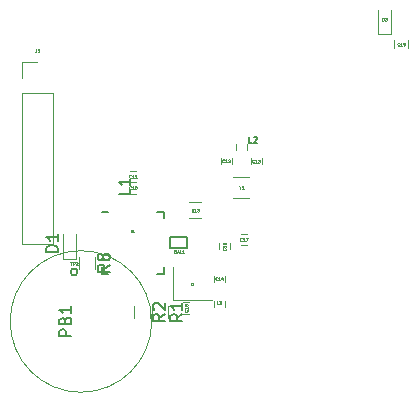
<source format=gbr>
G04 #@! TF.FileFunction,Legend,Top*
%FSLAX46Y46*%
G04 Gerber Fmt 4.6, Leading zero omitted, Abs format (unit mm)*
G04 Created by KiCad (PCBNEW 4.0.5) date 05/07/17 17:05:54*
%MOMM*%
%LPD*%
G01*
G04 APERTURE LIST*
%ADD10C,0.100000*%
%ADD11C,0.150000*%
%ADD12C,0.120000*%
%ADD13C,0.025400*%
%ADD14C,0.152400*%
%ADD15C,0.031750*%
%ADD16C,0.063500*%
%ADD17C,0.127000*%
G04 APERTURE END LIST*
D10*
D11*
X14944000Y16341000D02*
X14944000Y15816000D01*
X9694000Y11091000D02*
X9694000Y11616000D01*
X14944000Y11091000D02*
X14944000Y11616000D01*
X9694000Y16341000D02*
X10219000Y16341000D01*
X9694000Y11091000D02*
X10219000Y11091000D01*
X14944000Y11091000D02*
X14419000Y11091000D01*
X14944000Y16341000D02*
X14419000Y16341000D01*
D12*
X15723600Y11610800D02*
X15723600Y8810800D01*
X15723600Y8810800D02*
X19023600Y8810800D01*
X23253800Y20349400D02*
X23253800Y20849400D01*
X22313800Y20849400D02*
X22313800Y20349400D01*
X19189600Y10918000D02*
X19189600Y10418000D01*
X20129600Y10418000D02*
X20129600Y10918000D01*
X16615600Y7708800D02*
X17115600Y7708800D01*
X17115600Y8648800D02*
X16615600Y8648800D01*
X21056500Y22030500D02*
X21056500Y21530500D01*
X21996500Y21530500D02*
X21996500Y22030500D01*
X20129600Y8284400D02*
X20129600Y8784400D01*
X19189600Y8784400D02*
X19189600Y8284400D01*
D13*
X13944613Y7035800D02*
G75*
G03X13944613Y7035800I-5994413J0D01*
G01*
D12*
X22214200Y19264600D02*
X20864200Y19264600D01*
X22214200Y17514600D02*
X20864200Y17514600D01*
D14*
X15494000Y13284200D02*
X15494000Y14147800D01*
X15494000Y14147800D02*
X16916400Y14147800D01*
X16916400Y14147800D02*
X16916400Y13284200D01*
X16916400Y13284200D02*
X15494000Y13284200D01*
D12*
X2937200Y26365200D02*
X2937200Y13605200D01*
X2937200Y13605200D02*
X5597200Y13605200D01*
X5597200Y13605200D02*
X5597200Y26365200D01*
X5597200Y26365200D02*
X2937200Y26365200D01*
X2937200Y27635200D02*
X2937200Y28965200D01*
X2937200Y28965200D02*
X4267200Y28965200D01*
X12094400Y17868800D02*
X12594400Y17868800D01*
X12594400Y18808800D02*
X12094400Y18808800D01*
X12594400Y19774000D02*
X12094400Y19774000D01*
X12094400Y18834000D02*
X12594400Y18834000D01*
X20713800Y20362100D02*
X20713800Y20862100D01*
X19773800Y20862100D02*
X19773800Y20362100D01*
X35677400Y30906200D02*
X35677400Y30206200D01*
X34477400Y30206200D02*
X34477400Y30906200D01*
X13950400Y7323200D02*
X13950400Y8323200D01*
X15310400Y8323200D02*
X15310400Y7323200D01*
X20561400Y13161200D02*
X20561400Y13661200D01*
X19621400Y13661200D02*
X19621400Y13161200D01*
X21479700Y13500000D02*
X21979700Y13500000D01*
X21979700Y14440000D02*
X21479700Y14440000D01*
X33085000Y31339000D02*
X34225000Y31339000D01*
X34225000Y31339000D02*
X34225000Y33439000D01*
X33085000Y31339000D02*
X33085000Y33439000D01*
X6389600Y12365200D02*
X7529600Y12365200D01*
X7529600Y12365200D02*
X7529600Y14465200D01*
X6389600Y12365200D02*
X6389600Y14465200D01*
X12477200Y7323200D02*
X12477200Y8323200D01*
X13837200Y8323200D02*
X13837200Y7323200D01*
X18127600Y15779200D02*
X17127600Y15779200D01*
X17127600Y17139200D02*
X18127600Y17139200D01*
X7803600Y11488800D02*
X7803600Y12488800D01*
X9163600Y12488800D02*
X9163600Y11488800D01*
D14*
X7663299Y11226800D02*
G75*
G03X7663299Y11226800I-297299J0D01*
G01*
D15*
X12227318Y14750748D02*
X12227318Y14647938D01*
X12233366Y14635843D01*
X12239413Y14629795D01*
X12251509Y14623748D01*
X12275699Y14623748D01*
X12287794Y14629795D01*
X12293842Y14635843D01*
X12299890Y14647938D01*
X12299890Y14750748D01*
X12426890Y14623748D02*
X12354318Y14623748D01*
X12390604Y14623748D02*
X12390604Y14750748D01*
X12378509Y14732605D01*
X12366414Y14720510D01*
X12354318Y14714462D01*
X17310585Y10216364D02*
X17310585Y10155888D01*
X17268251Y10282888D02*
X17310585Y10216364D01*
X17352918Y10282888D01*
X17389203Y10270792D02*
X17395251Y10276840D01*
X17407346Y10282888D01*
X17437584Y10282888D01*
X17449680Y10276840D01*
X17455727Y10270792D01*
X17461775Y10258697D01*
X17461775Y10246602D01*
X17455727Y10228459D01*
X17383156Y10155888D01*
X17461775Y10155888D01*
D16*
X22620514Y20508686D02*
X22608419Y20496590D01*
X22572133Y20484495D01*
X22547943Y20484495D01*
X22511657Y20496590D01*
X22487466Y20520781D01*
X22475371Y20544971D01*
X22463276Y20593352D01*
X22463276Y20629638D01*
X22475371Y20678019D01*
X22487466Y20702210D01*
X22511657Y20726400D01*
X22547943Y20738495D01*
X22572133Y20738495D01*
X22608419Y20726400D01*
X22620514Y20714305D01*
X22862419Y20484495D02*
X22717276Y20484495D01*
X22789847Y20484495D02*
X22789847Y20738495D01*
X22765657Y20702210D01*
X22741466Y20678019D01*
X22717276Y20665924D01*
X22947086Y20738495D02*
X23104324Y20738495D01*
X23019657Y20641733D01*
X23055943Y20641733D01*
X23080133Y20629638D01*
X23092229Y20617543D01*
X23104324Y20593352D01*
X23104324Y20532876D01*
X23092229Y20508686D01*
X23080133Y20496590D01*
X23055943Y20484495D01*
X22983371Y20484495D01*
X22959181Y20496590D01*
X22947086Y20508686D01*
X19496314Y10577286D02*
X19484219Y10565190D01*
X19447933Y10553095D01*
X19423743Y10553095D01*
X19387457Y10565190D01*
X19363266Y10589381D01*
X19351171Y10613571D01*
X19339076Y10661952D01*
X19339076Y10698238D01*
X19351171Y10746619D01*
X19363266Y10770810D01*
X19387457Y10795000D01*
X19423743Y10807095D01*
X19447933Y10807095D01*
X19484219Y10795000D01*
X19496314Y10782905D01*
X19738219Y10553095D02*
X19593076Y10553095D01*
X19665647Y10553095D02*
X19665647Y10807095D01*
X19641457Y10770810D01*
X19617266Y10746619D01*
X19593076Y10734524D01*
X19955933Y10722429D02*
X19955933Y10553095D01*
X19895457Y10819190D02*
X19834981Y10637762D01*
X19992219Y10637762D01*
X16956314Y8015514D02*
X16968410Y8003419D01*
X16980505Y7967133D01*
X16980505Y7942943D01*
X16968410Y7906657D01*
X16944219Y7882466D01*
X16920029Y7870371D01*
X16871648Y7858276D01*
X16835362Y7858276D01*
X16786981Y7870371D01*
X16762790Y7882466D01*
X16738600Y7906657D01*
X16726505Y7942943D01*
X16726505Y7967133D01*
X16738600Y8003419D01*
X16750695Y8015514D01*
X16980505Y8257419D02*
X16980505Y8112276D01*
X16980505Y8184847D02*
X16726505Y8184847D01*
X16762790Y8160657D01*
X16786981Y8136466D01*
X16799076Y8112276D01*
X16726505Y8487229D02*
X16726505Y8366276D01*
X16847457Y8354181D01*
X16835362Y8366276D01*
X16823267Y8390467D01*
X16823267Y8450943D01*
X16835362Y8475133D01*
X16847457Y8487229D01*
X16871648Y8499324D01*
X16932124Y8499324D01*
X16956314Y8487229D01*
X16968410Y8475133D01*
X16980505Y8450943D01*
X16980505Y8390467D01*
X16968410Y8366276D01*
X16956314Y8354181D01*
D17*
X22457833Y22185690D02*
X22215928Y22185690D01*
X22215928Y22693690D01*
X22602976Y22645310D02*
X22627166Y22669500D01*
X22675547Y22693690D01*
X22796500Y22693690D01*
X22844881Y22669500D01*
X22869071Y22645310D01*
X22893262Y22596929D01*
X22893262Y22548548D01*
X22869071Y22475976D01*
X22578785Y22185690D01*
X22893262Y22185690D01*
D16*
X19617267Y8482995D02*
X19496314Y8482995D01*
X19496314Y8736995D01*
X19677743Y8736995D02*
X19834981Y8736995D01*
X19750314Y8640233D01*
X19786600Y8640233D01*
X19810790Y8628138D01*
X19822886Y8616043D01*
X19834981Y8591852D01*
X19834981Y8531376D01*
X19822886Y8507186D01*
X19810790Y8495090D01*
X19786600Y8482995D01*
X19714028Y8482995D01*
X19689838Y8495090D01*
X19677743Y8507186D01*
D11*
X7132581Y5797705D02*
X6132581Y5797705D01*
X6132581Y6178658D01*
X6180200Y6273896D01*
X6227819Y6321515D01*
X6323057Y6369134D01*
X6465914Y6369134D01*
X6561152Y6321515D01*
X6608771Y6273896D01*
X6656390Y6178658D01*
X6656390Y5797705D01*
X6608771Y7131039D02*
X6656390Y7273896D01*
X6704010Y7321515D01*
X6799248Y7369134D01*
X6942105Y7369134D01*
X7037343Y7321515D01*
X7084962Y7273896D01*
X7132581Y7178658D01*
X7132581Y6797705D01*
X6132581Y6797705D01*
X6132581Y7131039D01*
X6180200Y7226277D01*
X6227819Y7273896D01*
X6323057Y7321515D01*
X6418295Y7321515D01*
X6513533Y7273896D01*
X6561152Y7226277D01*
X6608771Y7131039D01*
X6608771Y6797705D01*
X7132581Y8321515D02*
X7132581Y7750086D01*
X7132581Y8035800D02*
X6132581Y8035800D01*
X6275438Y7940562D01*
X6370676Y7845324D01*
X6418295Y7750086D01*
D16*
X21418248Y18395648D02*
X21418248Y18274695D01*
X21333581Y18528695D02*
X21418248Y18395648D01*
X21502915Y18528695D01*
X21720629Y18274695D02*
X21575486Y18274695D01*
X21648057Y18274695D02*
X21648057Y18528695D01*
X21623867Y18492410D01*
X21599676Y18468219D01*
X21575486Y18456124D01*
X15941524Y12972143D02*
X15977810Y12960048D01*
X15989905Y12947952D01*
X16002000Y12923762D01*
X16002000Y12887476D01*
X15989905Y12863286D01*
X15977810Y12851190D01*
X15953619Y12839095D01*
X15856857Y12839095D01*
X15856857Y13093095D01*
X15941524Y13093095D01*
X15965714Y13081000D01*
X15977810Y13068905D01*
X15989905Y13044714D01*
X15989905Y13020524D01*
X15977810Y12996333D01*
X15965714Y12984238D01*
X15941524Y12972143D01*
X15856857Y12972143D01*
X16098762Y12911667D02*
X16219714Y12911667D01*
X16074571Y12839095D02*
X16159238Y13093095D01*
X16243905Y12839095D01*
X16449524Y12839095D02*
X16328571Y12839095D01*
X16328571Y13093095D01*
X16667238Y12839095D02*
X16522095Y12839095D01*
X16594666Y12839095D02*
X16594666Y13093095D01*
X16570476Y13056810D01*
X16546285Y13032619D01*
X16522095Y13020524D01*
X4182534Y30104295D02*
X4182534Y29922867D01*
X4170438Y29886581D01*
X4146248Y29862390D01*
X4109962Y29850295D01*
X4085772Y29850295D01*
X4436534Y29850295D02*
X4291391Y29850295D01*
X4363962Y29850295D02*
X4363962Y30104295D01*
X4339772Y30068010D01*
X4315581Y30043819D01*
X4291391Y30031724D01*
X12181114Y18248086D02*
X12169019Y18235990D01*
X12132733Y18223895D01*
X12108543Y18223895D01*
X12072257Y18235990D01*
X12048066Y18260181D01*
X12035971Y18284371D01*
X12023876Y18332752D01*
X12023876Y18369038D01*
X12035971Y18417419D01*
X12048066Y18441610D01*
X12072257Y18465800D01*
X12108543Y18477895D01*
X12132733Y18477895D01*
X12169019Y18465800D01*
X12181114Y18453705D01*
X12423019Y18223895D02*
X12277876Y18223895D01*
X12350447Y18223895D02*
X12350447Y18477895D01*
X12326257Y18441610D01*
X12302066Y18417419D01*
X12277876Y18405324D01*
X12580257Y18477895D02*
X12604448Y18477895D01*
X12628638Y18465800D01*
X12640733Y18453705D01*
X12652829Y18429514D01*
X12664924Y18381133D01*
X12664924Y18320657D01*
X12652829Y18272276D01*
X12640733Y18248086D01*
X12628638Y18235990D01*
X12604448Y18223895D01*
X12580257Y18223895D01*
X12556067Y18235990D01*
X12543971Y18248086D01*
X12531876Y18272276D01*
X12519781Y18320657D01*
X12519781Y18381133D01*
X12531876Y18429514D01*
X12543971Y18453705D01*
X12556067Y18465800D01*
X12580257Y18477895D01*
X12181114Y19213286D02*
X12169019Y19201190D01*
X12132733Y19189095D01*
X12108543Y19189095D01*
X12072257Y19201190D01*
X12048066Y19225381D01*
X12035971Y19249571D01*
X12023876Y19297952D01*
X12023876Y19334238D01*
X12035971Y19382619D01*
X12048066Y19406810D01*
X12072257Y19431000D01*
X12108543Y19443095D01*
X12132733Y19443095D01*
X12169019Y19431000D01*
X12181114Y19418905D01*
X12423019Y19189095D02*
X12277876Y19189095D01*
X12350447Y19189095D02*
X12350447Y19443095D01*
X12326257Y19406810D01*
X12302066Y19382619D01*
X12277876Y19370524D01*
X12664924Y19189095D02*
X12519781Y19189095D01*
X12592352Y19189095D02*
X12592352Y19443095D01*
X12568162Y19406810D01*
X12543971Y19382619D01*
X12519781Y19370524D01*
X20080514Y20521386D02*
X20068419Y20509290D01*
X20032133Y20497195D01*
X20007943Y20497195D01*
X19971657Y20509290D01*
X19947466Y20533481D01*
X19935371Y20557671D01*
X19923276Y20606052D01*
X19923276Y20642338D01*
X19935371Y20690719D01*
X19947466Y20714910D01*
X19971657Y20739100D01*
X20007943Y20751195D01*
X20032133Y20751195D01*
X20068419Y20739100D01*
X20080514Y20727005D01*
X20322419Y20497195D02*
X20177276Y20497195D01*
X20249847Y20497195D02*
X20249847Y20751195D01*
X20225657Y20714910D01*
X20201466Y20690719D01*
X20177276Y20678624D01*
X20419181Y20727005D02*
X20431276Y20739100D01*
X20455467Y20751195D01*
X20515943Y20751195D01*
X20540133Y20739100D01*
X20552229Y20727005D01*
X20564324Y20702814D01*
X20564324Y20678624D01*
X20552229Y20642338D01*
X20407086Y20497195D01*
X20564324Y20497195D01*
X34901414Y30401986D02*
X34889319Y30389890D01*
X34853033Y30377795D01*
X34828843Y30377795D01*
X34792557Y30389890D01*
X34768366Y30414081D01*
X34756271Y30438271D01*
X34744176Y30486652D01*
X34744176Y30522938D01*
X34756271Y30571319D01*
X34768366Y30595510D01*
X34792557Y30619700D01*
X34828843Y30631795D01*
X34853033Y30631795D01*
X34889319Y30619700D01*
X34901414Y30607605D01*
X35143319Y30377795D02*
X34998176Y30377795D01*
X35070747Y30377795D02*
X35070747Y30631795D01*
X35046557Y30595510D01*
X35022366Y30571319D01*
X34998176Y30559224D01*
X35264271Y30377795D02*
X35312652Y30377795D01*
X35336843Y30389890D01*
X35348938Y30401986D01*
X35373129Y30438271D01*
X35385224Y30486652D01*
X35385224Y30583414D01*
X35373129Y30607605D01*
X35361033Y30619700D01*
X35336843Y30631795D01*
X35288462Y30631795D01*
X35264271Y30619700D01*
X35252176Y30607605D01*
X35240081Y30583414D01*
X35240081Y30522938D01*
X35252176Y30498748D01*
X35264271Y30486652D01*
X35288462Y30474557D01*
X35336843Y30474557D01*
X35361033Y30486652D01*
X35373129Y30498748D01*
X35385224Y30522938D01*
D11*
X16532781Y7656534D02*
X16056590Y7323200D01*
X16532781Y7085105D02*
X15532781Y7085105D01*
X15532781Y7466058D01*
X15580400Y7561296D01*
X15628019Y7608915D01*
X15723257Y7656534D01*
X15866114Y7656534D01*
X15961352Y7608915D01*
X16008971Y7561296D01*
X16056590Y7466058D01*
X16056590Y7085105D01*
X16532781Y8608915D02*
X16532781Y8037486D01*
X16532781Y8323200D02*
X15532781Y8323200D01*
X15675638Y8227962D01*
X15770876Y8132724D01*
X15818495Y8037486D01*
D16*
X20182114Y13222514D02*
X20194210Y13210419D01*
X20206305Y13174133D01*
X20206305Y13149943D01*
X20194210Y13113657D01*
X20170019Y13089466D01*
X20145829Y13077371D01*
X20097448Y13065276D01*
X20061162Y13065276D01*
X20012781Y13077371D01*
X19988590Y13089466D01*
X19964400Y13113657D01*
X19952305Y13149943D01*
X19952305Y13174133D01*
X19964400Y13210419D01*
X19976495Y13222514D01*
X20206305Y13464419D02*
X20206305Y13319276D01*
X20206305Y13391847D02*
X19952305Y13391847D01*
X19988590Y13367657D01*
X20012781Y13343466D01*
X20024876Y13319276D01*
X19952305Y13682133D02*
X19952305Y13633752D01*
X19964400Y13609562D01*
X19976495Y13597467D01*
X20012781Y13573276D01*
X20061162Y13561181D01*
X20157924Y13561181D01*
X20182114Y13573276D01*
X20194210Y13585371D01*
X20206305Y13609562D01*
X20206305Y13657943D01*
X20194210Y13682133D01*
X20182114Y13694229D01*
X20157924Y13706324D01*
X20097448Y13706324D01*
X20073257Y13694229D01*
X20061162Y13682133D01*
X20049067Y13657943D01*
X20049067Y13609562D01*
X20061162Y13585371D01*
X20073257Y13573276D01*
X20097448Y13561181D01*
X21566414Y13879286D02*
X21554319Y13867190D01*
X21518033Y13855095D01*
X21493843Y13855095D01*
X21457557Y13867190D01*
X21433366Y13891381D01*
X21421271Y13915571D01*
X21409176Y13963952D01*
X21409176Y14000238D01*
X21421271Y14048619D01*
X21433366Y14072810D01*
X21457557Y14097000D01*
X21493843Y14109095D01*
X21518033Y14109095D01*
X21554319Y14097000D01*
X21566414Y14084905D01*
X21808319Y13855095D02*
X21663176Y13855095D01*
X21735747Y13855095D02*
X21735747Y14109095D01*
X21711557Y14072810D01*
X21687366Y14048619D01*
X21663176Y14036524D01*
X21892986Y14109095D02*
X22062319Y14109095D01*
X21953462Y13855095D01*
X33454824Y32498695D02*
X33454824Y32752695D01*
X33515300Y32752695D01*
X33551586Y32740600D01*
X33575777Y32716410D01*
X33587872Y32692219D01*
X33599967Y32643838D01*
X33599967Y32607552D01*
X33587872Y32559171D01*
X33575777Y32534981D01*
X33551586Y32510790D01*
X33515300Y32498695D01*
X33454824Y32498695D01*
X33684634Y32752695D02*
X33841872Y32752695D01*
X33757205Y32655933D01*
X33793491Y32655933D01*
X33817681Y32643838D01*
X33829777Y32631743D01*
X33841872Y32607552D01*
X33841872Y32547076D01*
X33829777Y32522886D01*
X33817681Y32510790D01*
X33793491Y32498695D01*
X33720919Y32498695D01*
X33696729Y32510790D01*
X33684634Y32522886D01*
D11*
X6011981Y12927105D02*
X5011981Y12927105D01*
X5011981Y13165200D01*
X5059600Y13308058D01*
X5154838Y13403296D01*
X5250076Y13450915D01*
X5440552Y13498534D01*
X5583410Y13498534D01*
X5773886Y13450915D01*
X5869124Y13403296D01*
X5964362Y13308058D01*
X6011981Y13165200D01*
X6011981Y12927105D01*
X6011981Y14450915D02*
X6011981Y13879486D01*
X6011981Y14165200D02*
X5011981Y14165200D01*
X5154838Y14069962D01*
X5250076Y13974724D01*
X5297695Y13879486D01*
X12136381Y18276274D02*
X12136381Y17800083D01*
X11136381Y17800083D01*
X12136381Y19133417D02*
X12136381Y18561988D01*
X12136381Y18847702D02*
X11136381Y18847702D01*
X11279238Y18752464D01*
X11374476Y18657226D01*
X11422095Y18561988D01*
X15059581Y7656534D02*
X14583390Y7323200D01*
X15059581Y7085105D02*
X14059581Y7085105D01*
X14059581Y7466058D01*
X14107200Y7561296D01*
X14154819Y7608915D01*
X14250057Y7656534D01*
X14392914Y7656534D01*
X14488152Y7608915D01*
X14535771Y7561296D01*
X14583390Y7466058D01*
X14583390Y7085105D01*
X14154819Y8037486D02*
X14107200Y8085105D01*
X14059581Y8180343D01*
X14059581Y8418439D01*
X14107200Y8513677D01*
X14154819Y8561296D01*
X14250057Y8608915D01*
X14345295Y8608915D01*
X14488152Y8561296D01*
X15059581Y7989867D01*
X15059581Y8608915D01*
D16*
X17464314Y16344295D02*
X17379647Y16465248D01*
X17319171Y16344295D02*
X17319171Y16598295D01*
X17415933Y16598295D01*
X17440124Y16586200D01*
X17452219Y16574105D01*
X17464314Y16549914D01*
X17464314Y16513629D01*
X17452219Y16489438D01*
X17440124Y16477343D01*
X17415933Y16465248D01*
X17319171Y16465248D01*
X17706219Y16344295D02*
X17561076Y16344295D01*
X17633647Y16344295D02*
X17633647Y16598295D01*
X17609457Y16562010D01*
X17585266Y16537819D01*
X17561076Y16525724D01*
X17790886Y16598295D02*
X17948124Y16598295D01*
X17863457Y16501533D01*
X17899743Y16501533D01*
X17923933Y16489438D01*
X17936029Y16477343D01*
X17948124Y16453152D01*
X17948124Y16392676D01*
X17936029Y16368486D01*
X17923933Y16356390D01*
X17899743Y16344295D01*
X17827171Y16344295D01*
X17802981Y16356390D01*
X17790886Y16368486D01*
D11*
X10385981Y11822134D02*
X9909790Y11488800D01*
X10385981Y11250705D02*
X9385981Y11250705D01*
X9385981Y11631658D01*
X9433600Y11726896D01*
X9481219Y11774515D01*
X9576457Y11822134D01*
X9719314Y11822134D01*
X9814552Y11774515D01*
X9862171Y11726896D01*
X9909790Y11631658D01*
X9909790Y11250705D01*
X9814552Y12393562D02*
X9766933Y12298324D01*
X9719314Y12250705D01*
X9624076Y12203086D01*
X9576457Y12203086D01*
X9481219Y12250705D01*
X9433600Y12298324D01*
X9385981Y12393562D01*
X9385981Y12584039D01*
X9433600Y12679277D01*
X9481219Y12726896D01*
X9576457Y12774515D01*
X9624076Y12774515D01*
X9719314Y12726896D01*
X9766933Y12679277D01*
X9814552Y12584039D01*
X9814552Y12393562D01*
X9862171Y12298324D01*
X9909790Y12250705D01*
X10005029Y12203086D01*
X10195505Y12203086D01*
X10290743Y12250705D01*
X10338362Y12298324D01*
X10385981Y12393562D01*
X10385981Y12584039D01*
X10338362Y12679277D01*
X10290743Y12726896D01*
X10195505Y12774515D01*
X10005029Y12774515D01*
X9909790Y12726896D01*
X9862171Y12679277D01*
X9814552Y12584039D01*
D16*
X7045476Y12051695D02*
X7190619Y12051695D01*
X7118048Y11797695D02*
X7118048Y12051695D01*
X7275286Y11797695D02*
X7275286Y12051695D01*
X7372048Y12051695D01*
X7396239Y12039600D01*
X7408334Y12027505D01*
X7420429Y12003314D01*
X7420429Y11967029D01*
X7408334Y11942838D01*
X7396239Y11930743D01*
X7372048Y11918648D01*
X7275286Y11918648D01*
X7517191Y12027505D02*
X7529286Y12039600D01*
X7553477Y12051695D01*
X7613953Y12051695D01*
X7638143Y12039600D01*
X7650239Y12027505D01*
X7662334Y12003314D01*
X7662334Y11979124D01*
X7650239Y11942838D01*
X7505096Y11797695D01*
X7662334Y11797695D01*
M02*

</source>
